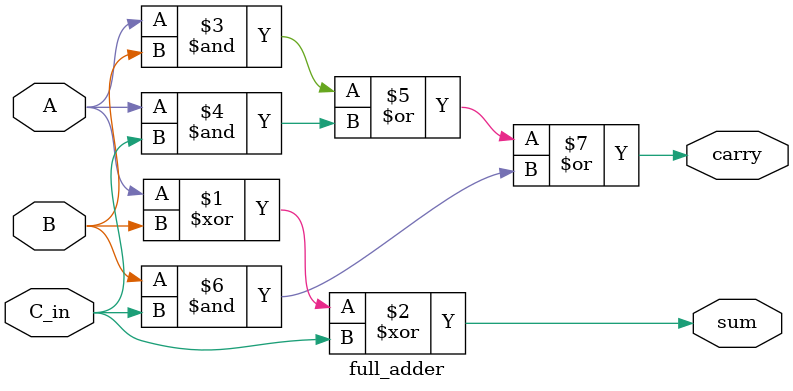
<source format=v>

module ripple_carry_adder (
    A    ,
    B    ,
    C_in ,
    CLK  ,
    S    ,
    C_out
);

    input  [3:0] A;
    input  [3:0] B;
    input  C_in;
    input  CLK;
    output [3:0] S;
    output C_out;

    wire [3:0] sum;
    wire [3:0] carry; // 4 bits carry

    // Full adder module
    full_adder fa0(sum[0], carry[0], A[0], B[0], C_in);
    full_adder fa1(sum[1], carry[1], A[1], B[1], carry[0]);
    full_adder fa2(sum[2], carry[2], A[2], B[2], carry[1]);
    full_adder fa3(sum[3], C_out, A[3], B[3], carry[2]);

    // Connect the sum outputs of the full adders to the S output of the ripple carry adder module
    assign S = sum;

endmodule
module full_adder (
    sum  ,
    carry,
    A    ,
    B    ,
    C_in
);

    output sum;
    output carry;
    input  A;
    input  B;
    input  C_in;

    assign sum   = A ^ B ^ C_in;
    assign carry = (A & B) | (A & C_in) | (B & C_in);

endmodule
</source>
